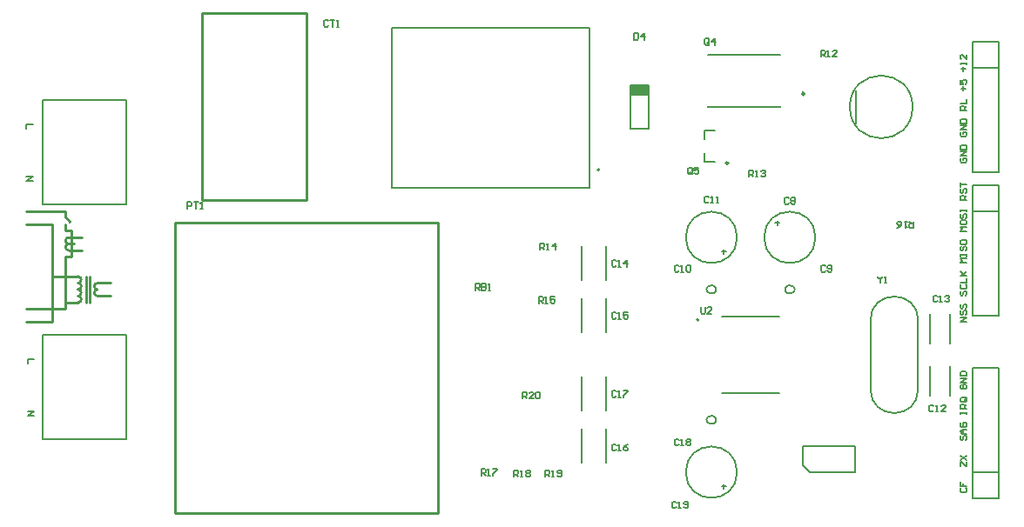
<source format=gto>
G04*
G04 #@! TF.GenerationSoftware,Altium Limited,Altium Designer,21.4.1 (30)*
G04*
G04 Layer_Color=65535*
%FSTAX24Y24*%
%MOIN*%
G70*
G04*
G04 #@! TF.SameCoordinates,1087EDB9-1C9E-4751-9A69-D70096B2919A*
G04*
G04*
G04 #@! TF.FilePolarity,Positive*
G04*
G01*
G75*
%ADD10C,0.0100*%
%ADD11C,0.0079*%
%ADD12C,0.0059*%
%ADD13C,0.0098*%
%ADD14C,0.0050*%
%ADD15C,0.0080*%
%ADD16R,0.0728X0.0387*%
D10*
X0139Y023D02*
G03*
X0139Y02275I0J-000125D01*
G01*
X015Y02125D02*
G03*
X015Y021I0J-000125D01*
G01*
D02*
G03*
X015Y02075I0J-000125D01*
G01*
X01425Y0205D02*
G03*
X01425Y02075I0J000125D01*
G01*
D02*
G03*
X01425Y021I0J000125D01*
G01*
D02*
G03*
X01425Y02125I0J000125D01*
G01*
D02*
G03*
X01425Y0215I0J000125D01*
G01*
X0139Y02275D02*
G03*
X0139Y0225I0J-000125D01*
G01*
Y023D02*
X0144D01*
X01375Y02325D02*
Y0235D01*
Y02325D02*
X014D01*
Y02225D02*
Y02325D01*
X01375Y02225D02*
X014D01*
X01375Y02025D02*
Y02225D01*
X01225Y02025D02*
X01375D01*
X015Y02125D02*
X0155D01*
X015Y02075D02*
X0155D01*
X0147Y0205D02*
Y0215D01*
X01455Y0205D02*
Y0215D01*
X01375Y0205D02*
X01425D01*
X01325Y0215D02*
X01425D01*
X01225Y01975D02*
X01325D01*
Y0235D01*
X01225D02*
X01325D01*
X01375Y0238D02*
Y024D01*
Y0238D02*
X013943Y023607D01*
X0139Y0225D02*
X0144D01*
X0139Y02275D02*
X0141D01*
X01225Y024D02*
X01375D01*
X018992Y031583D02*
X023008D01*
Y024417D02*
Y031583D01*
X018992Y024417D02*
X023008D01*
X018992D02*
Y031583D01*
X01798Y012429D02*
Y023571D01*
Y012429D02*
X02802D01*
Y023571D01*
X01798D02*
X02802D01*
D11*
X046415Y019819D02*
G03*
X044585Y019819I-000915J0D01*
G01*
Y017181D02*
G03*
X046415Y017181I000915J0D01*
G01*
X034213Y025591D02*
G03*
X034213Y025591I-000039J0D01*
G01*
X03801Y019841D02*
G03*
X03801Y019841I-000039J0D01*
G01*
X0485Y0295D02*
X0495D01*
X0485Y0255D02*
X0495D01*
X0485D02*
Y0305D01*
X0495Y0255D02*
Y0305D01*
X0485D02*
X0495D01*
X044585Y017181D02*
Y019819D01*
X046415Y017181D02*
Y019819D01*
X033536Y021349D02*
Y022651D01*
X034464Y021349D02*
Y022651D01*
Y019349D02*
Y020651D01*
X033536Y019349D02*
Y020651D01*
X016094Y01525D02*
Y01925D01*
X012905Y01525D02*
Y01925D01*
X016094D01*
X012905Y01525D02*
X016094D01*
Y02425D02*
Y02825D01*
X012905Y02425D02*
Y02825D01*
X016094D01*
X012905Y02425D02*
X016094D01*
X044026Y02737D02*
Y02863D01*
X035386Y027163D02*
Y028837D01*
Y027163D02*
X036114D01*
X035386Y028837D02*
X036114D01*
Y027163D02*
Y028837D01*
X041128Y028D02*
Y028018D01*
Y029982D02*
Y03D01*
X038372D02*
X041128D01*
X038372Y028D02*
Y028018D01*
Y029982D02*
Y03D01*
Y028D02*
X041128D01*
X038224Y026776D02*
Y027091D01*
X038618D01*
X038224Y025909D02*
Y026224D01*
Y025909D02*
X038618D01*
X047618Y018937D02*
Y020063D01*
X046882Y018937D02*
Y020063D01*
Y016937D02*
Y018063D01*
X047618Y016937D02*
Y018063D01*
X033536Y016349D02*
Y017651D01*
X034464Y016349D02*
Y017651D01*
Y014349D02*
Y015651D01*
X033536Y014349D02*
Y015651D01*
X0485Y014D02*
X0495D01*
X0485Y018D02*
X0495D01*
Y013D02*
Y018D01*
X0485Y013D02*
Y018D01*
Y013D02*
X0495D01*
X0485Y024D02*
X0495D01*
X0485Y02D02*
X0495D01*
X0485D02*
Y025D01*
X0495Y02D02*
Y025D01*
X0485D02*
X0495D01*
D12*
X039484Y023D02*
G03*
X039484Y023I-000984J0D01*
G01*
X038564Y02085D02*
G03*
X038564Y02115I-000034J00015D01*
G01*
X03846D02*
G03*
X03846Y02085I0J-00015D01*
G01*
X041436Y02115D02*
G03*
X041436Y02085I000034J-00015D01*
G01*
X04154D02*
G03*
X04154Y02115I0J00015D01*
G01*
X042484Y023D02*
G03*
X042484Y023I-000984J0D01*
G01*
X046201Y028D02*
G03*
X046201Y028I-001201J0D01*
G01*
X039484Y014D02*
G03*
X039484Y014I-000984J0D01*
G01*
X038564Y01585D02*
G03*
X038564Y01615I-000034J00015D01*
G01*
X03846D02*
G03*
X03846Y01585I0J-00015D01*
G01*
Y02085D02*
X038564D01*
X03846Y02115D02*
X038564D01*
X041436D02*
X04154D01*
X041436Y02085D02*
X04154D01*
X03846Y01585D02*
X038564D01*
X03846Y01615D02*
X038564D01*
D13*
X042063Y0285D02*
G03*
X042063Y0285I-000049J0D01*
G01*
X039149Y02585D02*
G03*
X039149Y02585I-000049J0D01*
G01*
D14*
X033819Y024882D02*
Y031024D01*
X02626D02*
X033819D01*
X02626Y024882D02*
Y031024D01*
Y024882D02*
X033819D01*
X038898Y019976D02*
X041102D01*
X038898Y017024D02*
X041102D01*
D15*
X042Y01425D02*
X04225Y014D01*
X042Y015D02*
X042Y01425D01*
X042Y015D02*
X044Y015D01*
Y014D02*
Y015D01*
X04225Y014D02*
X044Y014D01*
X01258Y01832D02*
X01233D01*
Y018153D01*
Y016321D02*
X01258D01*
X01233Y016154D01*
X01258D01*
X01253Y02732D02*
X01228D01*
Y027153D01*
Y025321D02*
X01253D01*
X01228Y025154D01*
X01253D01*
X048062Y026047D02*
X04802Y026005D01*
Y025922D01*
X048062Y02588D01*
X048228D01*
X04827Y025922D01*
Y026005D01*
X048228Y026047D01*
X048145D01*
Y025963D01*
X04827Y02613D02*
X04802D01*
X04827Y026297D01*
X04802D01*
Y02638D02*
X04827D01*
Y026505D01*
X048228Y026546D01*
X048062D01*
X04802Y026505D01*
Y02638D01*
X048062Y027046D02*
X04802Y027005D01*
Y026921D01*
X048062Y02688D01*
X048228D01*
X04827Y026921D01*
Y027005D01*
X048228Y027046D01*
X048145D01*
Y026963D01*
X04827Y02713D02*
X04802D01*
X04827Y027296D01*
X04802D01*
Y02738D02*
X04827D01*
Y027504D01*
X048228Y027546D01*
X048062D01*
X04802Y027504D01*
Y02738D01*
X04827Y027879D02*
X04802D01*
Y028004D01*
X048062Y028046D01*
X048145D01*
X048187Y028004D01*
Y027879D01*
Y027963D02*
X04827Y028046D01*
X04802Y028129D02*
X04827D01*
Y028296D01*
X048145Y028629D02*
Y028796D01*
X048062Y028712D02*
X048228D01*
X04802Y029046D02*
Y028879D01*
X048145D01*
X048103Y028962D01*
Y029004D01*
X048145Y029046D01*
X048228D01*
X04827Y029004D01*
Y028921D01*
X048228Y028879D01*
X048145Y029379D02*
Y029545D01*
X048062Y029462D02*
X048228D01*
X04827Y029629D02*
Y029712D01*
Y02967D01*
X04802D01*
X048062Y029629D01*
X04827Y030004D02*
Y029837D01*
X048103Y030004D01*
X048062D01*
X04802Y029962D01*
Y029879D01*
X048062Y029837D01*
X04827Y01978D02*
X04802D01*
X04827Y019947D01*
X04802D01*
X048062Y020197D02*
X04802Y020155D01*
Y020072D01*
X048062Y02003D01*
X048103D01*
X048145Y020072D01*
Y020155D01*
X048187Y020197D01*
X048228D01*
X04827Y020155D01*
Y020072D01*
X048228Y02003D01*
X048062Y020446D02*
X04802Y020405D01*
Y020321D01*
X048062Y02028D01*
X048103D01*
X048145Y020321D01*
Y020405D01*
X048187Y020446D01*
X048228D01*
X04827Y020405D01*
Y020321D01*
X048228Y02028D01*
X048062Y020946D02*
X04802Y020905D01*
Y020821D01*
X048062Y02078D01*
X048103D01*
X048145Y020821D01*
Y020905D01*
X048187Y020946D01*
X048228D01*
X04827Y020905D01*
Y020821D01*
X048228Y02078D01*
X048062Y021196D02*
X04802Y021155D01*
Y021071D01*
X048062Y02103D01*
X048228D01*
X04827Y021071D01*
Y021155D01*
X048228Y021196D01*
X04802Y02128D02*
X04827D01*
Y021446D01*
X04802Y021529D02*
X04827D01*
X048187D01*
X04802Y021696D01*
X048145Y021571D01*
X04827Y021696D01*
Y022029D02*
X04802D01*
X048103Y022113D01*
X04802Y022196D01*
X04827D01*
X04802Y022279D02*
Y022362D01*
Y022321D01*
X04827D01*
Y022279D01*
Y022362D01*
X048062Y022654D02*
X04802Y022612D01*
Y022529D01*
X048062Y022487D01*
X048103D01*
X048145Y022529D01*
Y022612D01*
X048187Y022654D01*
X048228D01*
X04827Y022612D01*
Y022529D01*
X048228Y022487D01*
X04802Y022862D02*
Y022779D01*
X048062Y022737D01*
X048228D01*
X04827Y022779D01*
Y022862D01*
X048228Y022904D01*
X048062D01*
X04802Y022862D01*
X04827Y023237D02*
X04802D01*
X048103Y023321D01*
X04802Y023404D01*
X04827D01*
X04802Y023612D02*
Y023529D01*
X048062Y023487D01*
X048228D01*
X04827Y023529D01*
Y023612D01*
X048228Y023654D01*
X048062D01*
X04802Y023612D01*
X048062Y023904D02*
X04802Y023862D01*
Y023779D01*
X048062Y023737D01*
X048103D01*
X048145Y023779D01*
Y023862D01*
X048187Y023904D01*
X048228D01*
X04827Y023862D01*
Y023779D01*
X048228Y023737D01*
X04802Y023987D02*
Y02407D01*
Y024029D01*
X04827D01*
Y023987D01*
Y02407D01*
Y024445D02*
X04802D01*
Y02457D01*
X048062Y024612D01*
X048145D01*
X048187Y02457D01*
Y024445D01*
Y024528D02*
X04827Y024612D01*
X048062Y024862D02*
X04802Y02482D01*
Y024737D01*
X048062Y024695D01*
X048103D01*
X048145Y024737D01*
Y02482D01*
X048187Y024862D01*
X048228D01*
X04827Y02482D01*
Y024737D01*
X048228Y024695D01*
X04802Y024945D02*
Y025112D01*
Y025028D01*
X04827D01*
X048062Y013397D02*
X04802Y013355D01*
Y013272D01*
X048062Y01323D01*
X048228D01*
X04827Y013272D01*
Y013355D01*
X048228Y013397D01*
X04802Y013647D02*
Y01348D01*
X048145D01*
Y013563D01*
Y01348D01*
X04827D01*
X04802Y01423D02*
Y014396D01*
X048062D01*
X048228Y01423D01*
X04827D01*
Y014396D01*
X04802Y01448D02*
X04827Y014646D01*
X04802D02*
X04827Y01448D01*
X048062Y015396D02*
X04802Y015354D01*
Y015271D01*
X048062Y015229D01*
X048103D01*
X048145Y015271D01*
Y015354D01*
X048187Y015396D01*
X048228D01*
X04827Y015354D01*
Y015271D01*
X048228Y015229D01*
X04827Y015479D02*
X048103D01*
X04802Y015563D01*
X048103Y015646D01*
X04827D01*
X048145D01*
Y015479D01*
X048062Y015896D02*
X04802Y015854D01*
Y015771D01*
X048062Y015729D01*
X048228D01*
X04827Y015771D01*
Y015854D01*
X048228Y015896D01*
X048145D01*
Y015812D01*
X04802Y016229D02*
Y016312D01*
Y016271D01*
X04827D01*
Y016229D01*
Y016312D01*
Y016437D02*
X04802D01*
Y016562D01*
X048062Y016604D01*
X048145D01*
X048187Y016562D01*
Y016437D01*
Y016521D02*
X04827Y016604D01*
X048228Y016854D02*
X048062D01*
X04802Y016812D01*
Y016729D01*
X048062Y016687D01*
X048228D01*
X04827Y016729D01*
Y016812D01*
X048187Y016771D02*
X04827Y016854D01*
Y016812D02*
X048228Y016854D01*
X048062Y017354D02*
X04802Y017312D01*
Y017229D01*
X048062Y017187D01*
X048228D01*
X04827Y017229D01*
Y017312D01*
X048228Y017354D01*
X048145D01*
Y01727D01*
X04827Y017437D02*
X04802D01*
X04827Y017604D01*
X04802D01*
Y017687D02*
X04827D01*
Y017812D01*
X048228Y017853D01*
X048062D01*
X04802Y017812D01*
Y017687D01*
X039061Y022452D02*
X038894D01*
X038978Y022369D02*
Y022535D01*
X040939Y023548D02*
X041106D01*
X041022Y023631D02*
Y023465D01*
X039061Y013452D02*
X038894D01*
X038978Y013369D02*
Y013535D01*
X044868Y02151D02*
Y021468D01*
X044952Y021385D01*
X045035Y021468D01*
Y02151D01*
X044952Y021385D02*
Y02126D01*
X045118D02*
X045201D01*
X04516D01*
Y02151D01*
X045118Y021468D01*
X038092Y020325D02*
Y020117D01*
X038133Y020075D01*
X038217D01*
X038258Y020117D01*
Y020325D01*
X038508Y020075D02*
X038342D01*
X038508Y020242D01*
Y020283D01*
X038467Y020325D01*
X038383D01*
X038342Y020283D01*
X029458Y020975D02*
Y021225D01*
X029583D01*
X029625Y021183D01*
Y0211D01*
X029583Y021058D01*
X029458D01*
X029542D02*
X029625Y020975D01*
X029708Y021225D02*
Y020975D01*
X029833D01*
X029875Y021017D01*
Y021058D01*
X029833Y0211D01*
X029708D01*
X029833D01*
X029875Y021142D01*
Y021183D01*
X029833Y021225D01*
X029708D01*
X029958Y020975D02*
X030042D01*
X03D01*
Y021225D01*
X029958Y021183D01*
X031267Y016825D02*
Y017075D01*
X031392D01*
X031433Y017033D01*
Y01695D01*
X031392Y016908D01*
X031267D01*
X03135D02*
X031433Y016825D01*
X031683D02*
X031517D01*
X031683Y016992D01*
Y017033D01*
X031642Y017075D01*
X031558D01*
X031517Y017033D01*
X031767D02*
X031808Y017075D01*
X031892D01*
X031933Y017033D01*
Y016867D01*
X031892Y016825D01*
X031808D01*
X031767Y016867D01*
Y017033D01*
X032138Y013825D02*
Y014075D01*
X032263D01*
X032304Y014033D01*
Y01395D01*
X032263Y013908D01*
X032138D01*
X032221D02*
X032304Y013825D01*
X032388D02*
X032471D01*
X032429D01*
Y014075D01*
X032388Y014033D01*
X032596Y013867D02*
X032637Y013825D01*
X032721D01*
X032762Y013867D01*
Y014033D01*
X032721Y014075D01*
X032637D01*
X032596Y014033D01*
Y013992D01*
X032637Y01395D01*
X032762D01*
X030938Y013825D02*
Y014075D01*
X031063D01*
X031104Y014033D01*
Y01395D01*
X031063Y013908D01*
X030938D01*
X031021D02*
X031104Y013825D01*
X031188D02*
X031271D01*
X031229D01*
Y014075D01*
X031188Y014033D01*
X031396D02*
X031437Y014075D01*
X031521D01*
X031562Y014033D01*
Y013992D01*
X031521Y01395D01*
X031562Y013908D01*
Y013867D01*
X031521Y013825D01*
X031437D01*
X031396Y013867D01*
Y013908D01*
X031437Y01395D01*
X031396Y013992D01*
Y014033D01*
X031437Y01395D02*
X031521D01*
X029688Y013875D02*
Y014125D01*
X029813D01*
X029854Y014083D01*
Y014D01*
X029813Y013958D01*
X029688D01*
X029771D02*
X029854Y013875D01*
X029938D02*
X030021D01*
X029979D01*
Y014125D01*
X029938Y014083D01*
X030146Y014125D02*
X030312D01*
Y014083D01*
X030146Y013917D01*
Y013875D01*
X046238Y0236D02*
Y02335D01*
X046113D01*
X046071Y023392D01*
Y023475D01*
X046113Y023517D01*
X046238D01*
X046154D02*
X046071Y0236D01*
X045988D02*
X045904D01*
X045946D01*
Y02335D01*
X045988Y023392D01*
X045613Y02335D02*
X045696Y023392D01*
X045779Y023475D01*
Y023558D01*
X045738Y0236D01*
X045655D01*
X045613Y023558D01*
Y023517D01*
X045655Y023475D01*
X045779D01*
X031888Y020475D02*
Y020725D01*
X032013D01*
X032054Y020683D01*
Y0206D01*
X032013Y020558D01*
X031888D01*
X031971D02*
X032054Y020475D01*
X032138D02*
X032221D01*
X032179D01*
Y020725D01*
X032138Y020683D01*
X032512Y020725D02*
X032346D01*
Y0206D01*
X032429Y020642D01*
X032471D01*
X032512Y0206D01*
Y020517D01*
X032471Y020475D01*
X032387D01*
X032346Y020517D01*
X031938Y022525D02*
Y022775D01*
X032063D01*
X032104Y022733D01*
Y02265D01*
X032063Y022608D01*
X031938D01*
X032021D02*
X032104Y022525D01*
X032188D02*
X032271D01*
X032229D01*
Y022775D01*
X032188Y022733D01*
X032521Y022525D02*
Y022775D01*
X032396Y02265D01*
X032562D01*
X039938Y025325D02*
Y025575D01*
X040063D01*
X040104Y025533D01*
Y02545D01*
X040063Y025408D01*
X039938D01*
X040021D02*
X040104Y025325D01*
X040188D02*
X040271D01*
X040229D01*
Y025575D01*
X040188Y025533D01*
X040396D02*
X040437Y025575D01*
X040521D01*
X040562Y025533D01*
Y025492D01*
X040521Y02545D01*
X040479D01*
X040521D01*
X040562Y025408D01*
Y025367D01*
X040521Y025325D01*
X040437D01*
X040396Y025367D01*
X042688Y029925D02*
Y030175D01*
X042813D01*
X042854Y030133D01*
Y03005D01*
X042813Y030008D01*
X042688D01*
X042771D02*
X042854Y029925D01*
X042938D02*
X043021D01*
X042979D01*
Y030175D01*
X042938Y030133D01*
X043312Y029925D02*
X043146D01*
X043312Y030092D01*
Y030133D01*
X043271Y030175D01*
X043187D01*
X043146Y030133D01*
X037758Y025467D02*
Y025633D01*
X037717Y025675D01*
X037633D01*
X037592Y025633D01*
Y025467D01*
X037633Y025425D01*
X037717D01*
X037675Y025508D02*
X037758Y025425D01*
X037717D02*
X037758Y025467D01*
X038008Y025675D02*
X037842D01*
Y02555D01*
X037925Y025592D01*
X037967D01*
X038008Y02555D01*
Y025467D01*
X037967Y025425D01*
X037883D01*
X037842Y025467D01*
X038408Y030417D02*
Y030583D01*
X038367Y030625D01*
X038283D01*
X038242Y030583D01*
Y030417D01*
X038283Y030375D01*
X038367D01*
X038325Y030458D02*
X038408Y030375D01*
X038367D02*
X038408Y030417D01*
X038617Y030375D02*
Y030625D01*
X038492Y0305D01*
X038658D01*
X018443Y0241D02*
Y02435D01*
X018568D01*
X01861Y024308D01*
Y024225D01*
X018568Y024183D01*
X018443D01*
X018693Y02435D02*
X01886D01*
X018776D01*
Y0241D01*
X018943D02*
X019026D01*
X018985D01*
Y02435D01*
X018943Y024308D01*
X035542Y030825D02*
Y030575D01*
X035667D01*
X035708Y030617D01*
Y030783D01*
X035667Y030825D01*
X035542D01*
X035917Y030575D02*
Y030825D01*
X035792Y0307D01*
X035958D01*
X023825Y031283D02*
X023783Y031325D01*
X0237D01*
X023658Y031283D01*
Y031117D01*
X0237Y031075D01*
X023783D01*
X023825Y031117D01*
X023908Y031325D02*
X024075D01*
X023992D01*
Y031075D01*
X024158D02*
X024242D01*
X0242D01*
Y031325D01*
X024158Y031283D01*
X037154Y012833D02*
X037113Y012875D01*
X037029D01*
X036988Y012833D01*
Y012667D01*
X037029Y012625D01*
X037113D01*
X037154Y012667D01*
X037238Y012625D02*
X037321D01*
X037279D01*
Y012875D01*
X037238Y012833D01*
X037446Y012667D02*
X037487Y012625D01*
X037571D01*
X037612Y012667D01*
Y012833D01*
X037571Y012875D01*
X037487D01*
X037446Y012833D01*
Y012792D01*
X037487Y01275D01*
X037612D01*
X037254Y015233D02*
X037213Y015275D01*
X037129D01*
X037088Y015233D01*
Y015067D01*
X037129Y015025D01*
X037213D01*
X037254Y015067D01*
X037338Y015025D02*
X037421D01*
X037379D01*
Y015275D01*
X037338Y015233D01*
X037546D02*
X037587Y015275D01*
X037671D01*
X037712Y015233D01*
Y015192D01*
X037671Y01515D01*
X037712Y015108D01*
Y015067D01*
X037671Y015025D01*
X037587D01*
X037546Y015067D01*
Y015108D01*
X037587Y01515D01*
X037546Y015192D01*
Y015233D01*
X037587Y01515D02*
X037671D01*
X034854Y017083D02*
X034813Y017125D01*
X034729D01*
X034688Y017083D01*
Y016917D01*
X034729Y016875D01*
X034813D01*
X034854Y016917D01*
X034938Y016875D02*
X035021D01*
X034979D01*
Y017125D01*
X034938Y017083D01*
X035146Y017125D02*
X035312D01*
Y017083D01*
X035146Y016917D01*
Y016875D01*
X034854Y015033D02*
X034813Y015075D01*
X034729D01*
X034688Y015033D01*
Y014867D01*
X034729Y014825D01*
X034813D01*
X034854Y014867D01*
X034938Y014825D02*
X035021D01*
X034979D01*
Y015075D01*
X034938Y015033D01*
X035312Y015075D02*
X035229Y015033D01*
X035146Y01495D01*
Y014867D01*
X035187Y014825D01*
X035271D01*
X035312Y014867D01*
Y014908D01*
X035271Y01495D01*
X035146D01*
X034854Y020083D02*
X034813Y020125D01*
X034729D01*
X034688Y020083D01*
Y019917D01*
X034729Y019875D01*
X034813D01*
X034854Y019917D01*
X034938Y019875D02*
X035021D01*
X034979D01*
Y020125D01*
X034938Y020083D01*
X035312Y020125D02*
X035146D01*
Y02D01*
X035229Y020042D01*
X035271D01*
X035312Y02D01*
Y019917D01*
X035271Y019875D01*
X035187D01*
X035146Y019917D01*
X034854Y022083D02*
X034813Y022125D01*
X034729D01*
X034688Y022083D01*
Y021917D01*
X034729Y021875D01*
X034813D01*
X034854Y021917D01*
X034938Y021875D02*
X035021D01*
X034979D01*
Y022125D01*
X034938Y022083D01*
X035271Y021875D02*
Y022125D01*
X035146Y022D01*
X035312D01*
X047154Y020733D02*
X047113Y020775D01*
X047029D01*
X046988Y020733D01*
Y020567D01*
X047029Y020525D01*
X047113D01*
X047154Y020567D01*
X047238Y020525D02*
X047321D01*
X047279D01*
Y020775D01*
X047238Y020733D01*
X047446D02*
X047487Y020775D01*
X047571D01*
X047612Y020733D01*
Y020692D01*
X047571Y02065D01*
X047529D01*
X047571D01*
X047612Y020608D01*
Y020567D01*
X047571Y020525D01*
X047487D01*
X047446Y020567D01*
X047004Y016533D02*
X046963Y016575D01*
X046879D01*
X046838Y016533D01*
Y016367D01*
X046879Y016325D01*
X046963D01*
X047004Y016367D01*
X047088Y016325D02*
X047171D01*
X047129D01*
Y016575D01*
X047088Y016533D01*
X047462Y016325D02*
X047296D01*
X047462Y016492D01*
Y016533D01*
X047421Y016575D01*
X047337D01*
X047296Y016533D01*
X038396Y024533D02*
X038354Y024575D01*
X038271D01*
X038229Y024533D01*
Y024367D01*
X038271Y024325D01*
X038354D01*
X038396Y024367D01*
X038479Y024325D02*
X038562D01*
X038521D01*
Y024575D01*
X038479Y024533D01*
X038687Y024325D02*
X038771D01*
X038729D01*
Y024575D01*
X038687Y024533D01*
X037254Y021883D02*
X037213Y021925D01*
X037129D01*
X037088Y021883D01*
Y021717D01*
X037129Y021675D01*
X037213D01*
X037254Y021717D01*
X037338Y021675D02*
X037421D01*
X037379D01*
Y021925D01*
X037338Y021883D01*
X037546D02*
X037587Y021925D01*
X037671D01*
X037712Y021883D01*
Y021717D01*
X037671Y021675D01*
X037587D01*
X037546Y021717D01*
Y021883D01*
X042858D02*
X042817Y021925D01*
X042733D01*
X042692Y021883D01*
Y021717D01*
X042733Y021675D01*
X042817D01*
X042858Y021717D01*
X042942D02*
X042983Y021675D01*
X043067D01*
X043108Y021717D01*
Y021883D01*
X043067Y021925D01*
X042983D01*
X042942Y021883D01*
Y021842D01*
X042983Y0218D01*
X043108D01*
X041458Y024483D02*
X041417Y024525D01*
X041333D01*
X041292Y024483D01*
Y024317D01*
X041333Y024275D01*
X041417D01*
X041458Y024317D01*
X041542Y024483D02*
X041583Y024525D01*
X041667D01*
X041708Y024483D01*
Y024442D01*
X041667Y0244D01*
X041708Y024358D01*
Y024317D01*
X041667Y024275D01*
X041583D01*
X041542Y024317D01*
Y024358D01*
X041583Y0244D01*
X041542Y024442D01*
Y024483D01*
X041583Y0244D02*
X041667D01*
D16*
X03575Y028643D02*
D03*
M02*

</source>
